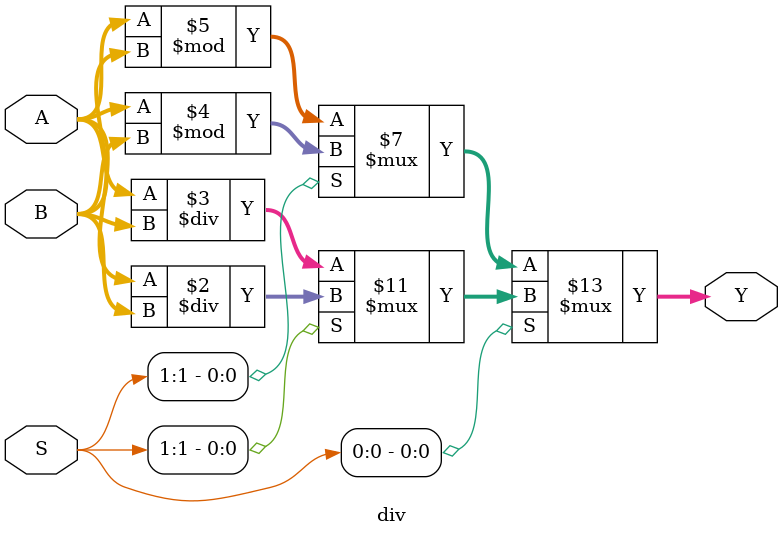
<source format=v>
module div(
	input [31:0] A,
	input [31:0] B,
	input [1:0] S,
	output reg [31:0] Y
);
	always @* begin
		if (S[0]) begin
			if (S[1]) begin
				Y <= $signed(A) / $signed(B);
			end else begin
				Y <= $unsigned(A) / $unsigned(B);
			end
		end else begin
			if (S[1]) begin
				Y <= $signed(A) % $signed(B);
			end else begin
				Y <= $unsigned(A) % $unsigned(B);
			end
		end
	end
endmodule
</source>
